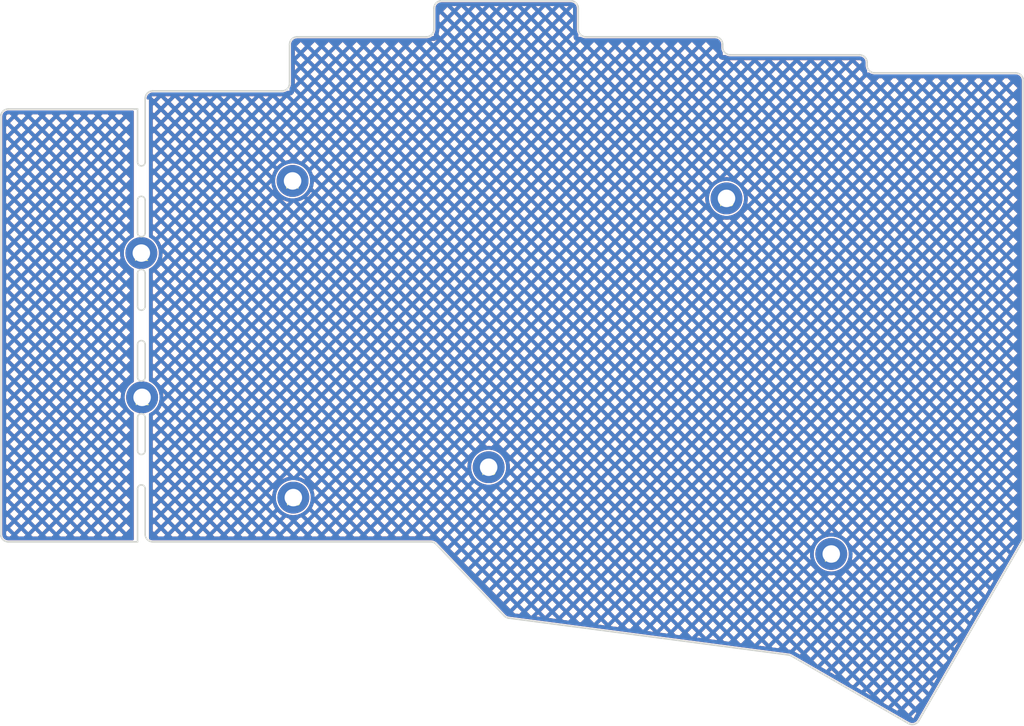
<source format=kicad_pcb>
(kicad_pcb (version 20211014) (generator pcbnew)
  (layers (0 "F.Cu" signal) (31 "B.Cu" signal) (34 "B.Paste" user) (35 "F.Paste" user) (36 "B.SilkS" user "B.Silkscreen") (37 "F.SilkS" user "F.Silkscreen") (38 "B.Mask" user) (39 "F.Mask" user) (44 "Edge.Cuts" user))
  (net 0 "")
  (footprint "kbd:M2_Hole_TH" (layer "F.Cu") (at 71.621463 38.074367)
    (fp_text reference "H4" (at 0 0.5) (layer "F.SilkS"))
    (fp_text value "MountingHole")
    (pad "" thru_hole circle (at 0 0) (size 4.2 4.2) (drill 2.3) (layers *.Cu *.Mask))
  )
  (footprint "kbd:M2_Hole_TH" (layer "F.Cu") (at 142.507505 87.19918)
    (fp_text reference "H9" (at 0 0.5) (layer "F.SilkS"))
    (fp_text value "MountingHole")
    (pad "" thru_hole circle (at 0 0) (size 4.2 4.2) (drill 2.3) (layers *.Cu *.Mask))
  )
  (footprint "kbd:M2_Hole_TH" (layer "F.Cu") (at 51.821463 66.574367)
    (fp_text reference "H2" (at 0 0.5) (layer "F.SilkS"))
    (fp_text value "MountingHole")
    (pad "" thru_hole circle (at 0 0) (size 4.2 4.2) (drill 2.3) (layers *.Cu *.Mask))
  )
  (footprint "kbd:M2_Hole_TH" (layer "F.Cu") (at 128.721463 40.374367)
    (fp_text reference "H8" (at 0 0.5) (layer "F.SilkS"))
    (fp_text value "MountingHole")
    (pad "" thru_hole circle (at 0 0) (size 4.2 4.2) (drill 2.3) (layers *.Cu *.Mask))
  )
  (footprint "kbd:M2_Hole_TH" (layer "F.Cu") (at 97.421463 75.774367)
    (fp_text reference "H6" (at 0 0.5) (layer "F.SilkS"))
    (fp_text value "MountingHole")
    (pad "" thru_hole circle (at 0 0) (size 4.2 4.2) (drill 2.3) (layers *.Cu *.Mask))
  )
  (footprint "kbd:M2_Hole_TH" (layer "F.Cu") (at 51.721463 47.574367)
    (fp_text reference "H1" (at 0 0.5) (layer "F.SilkS"))
    (fp_text value "MountingHole")
    (pad "" thru_hole circle (at 0 0) (size 4.2 4.2) (drill 2.3) (layers *.Cu *.Mask))
  )
  (footprint "kbd:M2_Hole_TH" (layer "F.Cu") (at 71.721463 79.774367)
    (fp_text reference "H5" (at 0 0.5) (layer "F.SilkS"))
    (fp_text value "MountingHole")
    (pad "" thru_hole circle (at 0 0) (size 4.2 4.2) (drill 2.3) (layers *.Cu *.Mask))
  )
  (gr_arc (start 154.028536 109.150633) (mid 153.42133 109.616559) (end 152.662511 109.516658) (layer "Edge.Cuts") (width 0.2))
  (gr_line (start 51.221491 40.599328) (end 51.22149 44.924327) (layer "Edge.Cuts") (width 0.2))
  (gr_line (start 52.221463 35.599367) (end 52.221463 27.224367) (layer "Edge.Cuts") (width 0.2))
  (gr_line (start 52.221491 54.599327) (end 52.22149 50.224327) (layer "Edge.Cuts") (width 0.2))
  (gr_line (start 89.796623 85.599366) (end 53.221463 85.599366) (layer "Edge.Cuts") (width 0.2))
  (gr_line (start 109.221463 15.349368) (end 109.221463 18.099367) (layer "Edge.Cuts") (width 0.2))
  (gr_arc (start 89.796623 85.599367) (mid 90.187009 85.679623) (end 90.514076 85.907372) (layer "Edge.Cuts") (width 0.2))
  (gr_line (start 52.22149 63.924327) (end 52.221491 59.599327) (layer "Edge.Cuts") (width 0.2))
  (gr_line (start 129.221463 21.474367) (end 146.221463 21.474368) (layer "Edge.Cuts") (width 0.2))
  (gr_arc (start 34.211068 85.599367) (mid 33.511312 85.309518) (end 33.221463 84.609762) (layer "Edge.Cuts") (width 0.2))
  (gr_line (start 148.221463 23.849368) (end 166.778537 23.849368) (layer "Edge.Cuts") (width 0.2))
  (gr_arc (start 51.22149 69.224327) (mid 51.72149 68.724327) (end 52.22149 69.224327) (layer "Edge.Cuts") (width 0.2))
  (gr_arc (start 51.221463 40.599367) (mid 51.721463 40.099367) (end 52.221463 40.599367) (layer "Edge.Cuts") (width 0.2))
  (gr_arc (start 51.221463 78.599366) (mid 51.721463 78.099366) (end 52.221463 78.599366) (layer "Edge.Cuts") (width 0.2))
  (gr_arc (start 90.221463 15.349368) (mid 90.514356 14.642261) (end 91.221463 14.349368) (layer "Edge.Cuts") (width 0.2))
  (gr_line (start 72.221463 19.099367) (end 89.221463 19.099368) (layer "Edge.Cuts") (width 0.2))
  (gr_line (start 167.778537 24.849368) (end 167.778537 85.066985) (layer "Edge.Cuts") (width 0.2))
  (gr_arc (start 167.778537 85.066985) (mid 167.744463 85.325804) (end 167.644562 85.566985) (layer "Edge.Cuts") (width 0.2))
  (gr_line (start 52.221463 84.599366) (end 52.221463 78.599366) (layer "Edge.Cuts") (width 0.2))
  (gr_line (start 53.221463 26.224368) (end 70.221463 26.224368) (layer "Edge.Cuts") (width 0.2))
  (gr_line (start 167.644562 85.566985) (end 154.028537 109.150633) (layer "Edge.Cuts") (width 0.2))
  (gr_line (start 33.221463 84.609762) (end 33.221464 58.849368) (layer "Edge.Cuts") (width 0.2))
  (gr_arc (start 52.221463 54.599366) (mid 51.721463 55.099366) (end 51.221463 54.599366) (layer "Edge.Cuts") (width 0.2))
  (gr_line (start 52.221491 73.599327) (end 52.22149 69.224327) (layer "Edge.Cuts") (width 0.2))
  (gr_arc (start 53.221463 85.599366) (mid 52.514356 85.306473) (end 52.221463 84.599366) (layer "Edge.Cuts") (width 0.2))
  (gr_line (start 71.221463 25.224368) (end 71.221463 20.099368) (layer "Edge.Cuts") (width 0.2))
  (gr_line (start 33.221464 58.849368) (end 33.221464 29.599368) (layer "Edge.Cuts") (width 0.2))
  (gr_arc (start 52.22149 44.924327) (mid 51.72149 45.424327) (end 51.22149 44.924327) (layer "Edge.Cuts") (width 0.2))
  (gr_arc (start 52.221463 35.599367) (mid 51.721463 36.099367) (end 51.221463 35.599367) (layer "Edge.Cuts") (width 0.2))
  (gr_arc (start 127.221463 19.099367) (mid 127.92857 19.39226) (end 128.221463 20.099367) (layer "Edge.Cuts") (width 0.2))
  (gr_arc (start 52.221463 73.599366) (mid 51.721463 74.099366) (end 51.221463 73.599366) (layer "Edge.Cuts") (width 0.2))
  (gr_arc (start 51.22149 50.224327) (mid 51.72149 49.724327) (end 52.22149 50.224327) (layer "Edge.Cuts") (width 0.2))
  (gr_arc (start 148.221463 23.849368) (mid 147.514356 23.556475) (end 147.221463 22.849368) (layer "Edge.Cuts") (width 0.2))
  (gr_arc (start 129.221463 21.474367) (mid 128.514356 21.181474) (end 128.221463 20.474367) (layer "Edge.Cuts") (width 0.2))
  (gr_arc (start 108.221463 14.349368) (mid 108.92857 14.642261) (end 109.221463 15.349368) (layer "Edge.Cuts") (width 0.2))
  (gr_line (start 152.662511 109.516658) (end 137.244527 100.615081) (layer "Edge.Cuts") (width 0.2))
  (gr_line (start 147.221463 22.474368) (end 147.221463 22.849368) (layer "Edge.Cuts") (width 0.2))
  (gr_line (start 51.221491 54.599327) (end 51.22149 50.224327) (layer "Edge.Cuts") (width 0.2))
  (gr_line (start 51.22149 69.224327) (end 51.221491 73.599327) (layer "Edge.Cuts") (width 0.2))
  (gr_line (start 51.221463 28.599368) (end 51.221463 35.599367) (layer "Edge.Cuts") (width 0.2))
  (gr_arc (start 71.221463 25.224368) (mid 70.92857 25.931475) (end 70.221463 26.224368) (layer "Edge.Cuts") (width 0.2))
  (gr_line (start 51.221463 85.599366) (end 34.211068 85.599366) (layer "Edge.Cuts") (width 0.2))
  (gr_line (start 110.221463 19.099367) (end 127.221463 19.099367) (layer "Edge.Cuts") (width 0.2))
  (gr_line (start 90.221463 18.099368) (end 90.221463 15.349368) (layer "Edge.Cuts") (width 0.2))
  (gr_line (start 128.221463 20.099367) (end 128.221463 20.474367) (layer "Edge.Cuts") (width 0.2))
  (gr_line (start 99.480311 95.345258) (end 90.514076 85.907372) (layer "Edge.Cuts") (width 0.2))
  (gr_arc (start 110.221462 19.099368) (mid 109.514356 18.806474) (end 109.221463 18.099367) (layer "Edge.Cuts") (width 0.2))
  (gr_line (start 51.22149 63.924327) (end 51.221491 59.599327) (layer "Edge.Cuts") (width 0.2))
  (gr_arc (start 33.221464 29.599368) (mid 33.514357 28.892261) (end 34.221464 28.599368) (layer "Edge.Cuts") (width 0.2))
  (gr_arc (start 52.221463 27.224368) (mid 52.514356 26.517261) (end 53.221463 26.224368) (layer "Edge.Cuts") (width 0.2))
  (gr_arc (start 166.778537 23.849368) (mid 167.485644 24.142261) (end 167.778537 24.849368) (layer "Edge.Cuts") (width 0.2))
  (gr_arc (start 51.221463 59.599366) (mid 51.721463 59.099366) (end 52.221463 59.599366) (layer "Edge.Cuts") (width 0.2))
  (gr_line (start 91.221463 14.349368) (end 108.221463 14.349368) (layer "Edge.Cuts") (width 0.2))
  (gr_arc (start 136.878894 100.490965) (mid 137.067823 100.535017) (end 137.244527 100.615081) (layer "Edge.Cuts") (width 0.2))
  (gr_line (start 51.221463 78.599366) (end 51.221463 85.599366) (layer "Edge.Cuts") (width 0.2))
  (gr_line (start 52.221491 40.599328) (end 52.22149 44.924327) (layer "Edge.Cuts") (width 0.2))
  (gr_arc (start 146.221463 21.474368) (mid 146.92857 21.767261) (end 147.221463 22.474368) (layer "Edge.Cuts") (width 0.2))
  (gr_arc (start 52.22149 63.924327) (mid 51.72149 64.424327) (end 51.22149 63.924327) (layer "Edge.Cuts") (width 0.2))
  (gr_arc (start 90.221463 18.099368) (mid 89.92857 18.806475) (end 89.221463 19.099368) (layer "Edge.Cuts") (width 0.2))
  (gr_line (start 34.221464 28.599368) (end 51.221463 28.599368) (layer "Edge.Cuts") (width 0.2))
  (gr_line (start 136.878894 100.490965) (end 100.068595 95.644797) (layer "Edge.Cuts") (width 0.2))
  (gr_arc (start 71.221462 20.099368) (mid 71.514356 19.392261) (end 72.221463 19.099367) (layer "Edge.Cuts") (width 0.2))
  (gr_arc (start 100.068595 95.644797) (mid 99.748739 95.545528) (end 99.480311 95.345258) (layer "Edge.Cuts") (width 0.2))
  (zone (net 0) (net_name "") (layers F&B.Cu) (connect_pads (clearance 0)) (min_thickness 0.254)
    (keepout (tracks not_allowed) (vias not_allowed) (pads not_allowed) (copperpour not_allowed) (footprints allowed))
    (fill (thermal_gap 0.508) (thermal_bridge_width 0.508))
    (polygon (pts (xy 52.721463 86.099367) (xy 50.721463 86.099367) (xy 50.721463 27.349367) (xy 52.721463 27.349367)))
  )
  (zone (net 0) (net_name "") (layers F&B.Cu) (priority 1) (connect_pads (clearance 0.2)) (min_thickness 0.25) (fill yes (mode hatch) (thermal_gap 0.5) (thermal_bridge_width 0.5) (hatch_thickness 0.5) (hatch_gap 0.8) (hatch_orientation 45) (hatch_border_algorithm hatch_thickness) (hatch_min_hole_area 0.3))
    (polygon (pts (xy 109.221463 19.104952) (xy 128.221463 19.104952) (xy 128.221463 21.504952) (xy 147.221463 21.504952) (xy 147.221463 23.804952) (xy 167.721463 23.804952) (xy 167.821463 85.204952) (xy 153.421463 109.904952) (xy 137.021463 100.504952) (xy 99.721463 95.504952) (xy 90.121463 85.504952) (xy 33.221463 85.604952) (xy 33.221463 28.504952) (xy 52.221463 28.504952) (xy 52.221463 26.204952) (xy 71.221463 26.204952) (xy 71.221463 19.004952) (xy 90.221463 19.004952) (xy 90.221463 14.304952) (xy 109.221463 14.304952)))
  )
)
</source>
